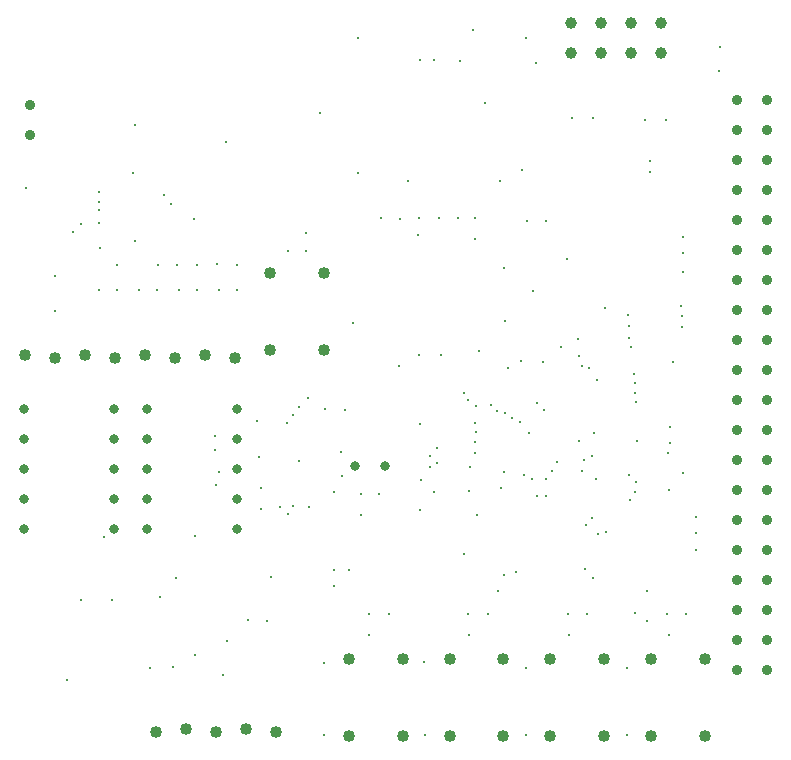
<source format=gbr>
%TF.GenerationSoftware,Novarm,DipTrace,3.2.0.1*%
%TF.CreationDate,2017-11-24T17:42:09-08:00*%
%FSLAX26Y26*%
%MOIN*%
%TF.FileFunction,Plated,1,4,PTH,Drill*%
%TF.Part,Single*%
%TA.AperFunction,ViaDrill*%
%ADD10C,0.008*%
%TA.AperFunction,ComponentDrill*%
%ADD61C,0.032008*%
%ADD62C,0.032*%
%ADD63C,0.035433*%
%ADD64C,0.04*%
%ADD65C,0.03937*%
G75*
G01*
D61*
X875251Y1559625D3*
D62*
Y1459625D3*
Y1359625D3*
Y1259625D3*
Y1159625D3*
X1175251D3*
Y1259625D3*
Y1359625D3*
Y1459625D3*
Y1559625D3*
D61*
X465875D3*
D62*
Y1459625D3*
Y1359625D3*
Y1259625D3*
Y1159625D3*
X765875D3*
Y1259625D3*
Y1359625D3*
Y1459625D3*
Y1559625D3*
D63*
X484615Y2472169D3*
Y2572169D3*
D64*
X469000Y1737749D3*
X569000Y1727749D3*
X669000Y1737749D3*
X769000Y1727749D3*
X869000Y1737749D3*
X969000Y1727749D3*
X1069000Y1737749D3*
X1169000Y1727749D3*
D62*
X1569000Y1369000D3*
X1669000D3*
D64*
X1287749Y1756500D3*
Y2012500D3*
X1465749Y1756500D3*
Y2012500D3*
X1550249Y469000D3*
Y725000D3*
X1728249Y469000D3*
Y725000D3*
X1885667Y469000D3*
Y725000D3*
X2063667Y469000D3*
Y725000D3*
X2221083Y469000D3*
Y725000D3*
X2399083Y469000D3*
Y725000D3*
X2556500Y469000D3*
Y725000D3*
X2734500Y469000D3*
Y725000D3*
D65*
X2590875Y2743993D3*
Y2843993D3*
X2490875Y2743993D3*
Y2843993D3*
X2390875Y2743993D3*
Y2843993D3*
X2290875Y2743993D3*
Y2843993D3*
D63*
X2844000Y687749D3*
Y787749D3*
Y887749D3*
Y987749D3*
Y1087749D3*
Y1187749D3*
Y1287749D3*
Y1387749D3*
Y1487749D3*
Y1587749D3*
Y1687749D3*
Y1787749D3*
Y1887749D3*
Y1987749D3*
Y2087749D3*
Y2187749D3*
Y2287749D3*
Y2387749D3*
Y2487749D3*
Y2587749D3*
X2944000Y687749D3*
Y787749D3*
Y887749D3*
Y987749D3*
Y1087749D3*
Y1187749D3*
Y1287749D3*
Y1387749D3*
Y1487749D3*
Y1587749D3*
Y1687749D3*
Y1787749D3*
Y1887749D3*
Y1987749D3*
Y2087749D3*
Y2187749D3*
Y2287749D3*
Y2387749D3*
Y2487749D3*
Y2587749D3*
D64*
X1306596Y481247D3*
X1206596Y491247D3*
X1106596Y481247D3*
X1006596Y491247D3*
X906596Y481247D3*
D10*
X1115799Y1956896D3*
X982861Y1956501D3*
X569000Y1884731D3*
X568982Y2003469D3*
X1469911Y1557411D3*
X1715736Y1700375D3*
X1984458Y1750370D3*
X2068824Y1850427D3*
X2046951Y950454D3*
X2475031Y470399D3*
X2140144Y470836D3*
X1465073D3*
X1802609D3*
X1036449Y737749D3*
X918945Y931706D3*
X1381919Y1385306D3*
X1590749Y1206677D3*
X2543774Y950454D3*
X2256500Y1765992D3*
X1140797Y2448755D3*
X1031433Y2190699D3*
X1787604Y1222301D3*
X474217Y2295329D3*
X2125331Y2356819D3*
X2054071Y2318849D3*
X1747772D3*
X1578480Y2343828D3*
Y2796408D3*
X2141079D3*
X1961945Y2821198D3*
X2615642Y1287749D3*
X2706500Y1144000D3*
X2503375Y1281500D3*
X2350045Y1694126D3*
X2162564Y1953375D3*
X2662749Y2078375D3*
X2003206Y2578408D3*
X2706500Y1087749D3*
X2487749Y1256500D3*
X2662749Y2016034D3*
X2375042Y1656630D3*
X2477881Y1871630D3*
X2275052Y2059713D3*
X1831349Y2722143D3*
X628375Y2150251D3*
X715875Y2250251D3*
X656472Y2175840D3*
X715875Y2222125D3*
X1790875Y1322125D3*
X1590752Y1275374D3*
X1650251Y1275249D3*
X1831500Y1281500D3*
X2784945Y2766459D3*
X2362543Y2528413D3*
X2784357Y2684630D3*
X2606268Y2522164D3*
X1275157Y850465D3*
X1128375Y672125D3*
X1522125Y1415875D3*
X1537751Y1556500D3*
X1406500Y2144173D3*
Y2084731D3*
X908583Y1956501D3*
X912751Y2037751D3*
X775251Y1956501D3*
Y2037749D3*
X1175249Y1956501D3*
Y2037749D3*
X1041916Y1956501D3*
Y2037751D3*
X2608320Y875248D3*
X2615642Y806719D3*
X2278177Y875248D3*
X2281500Y806500D3*
X1946962Y875248D3*
X1950251Y806500D3*
X1614571Y875248D3*
X1615875Y806500D3*
X1783311Y2194000D3*
X1778375Y2137749D3*
X2503154Y878587D3*
X2543774Y853589D3*
X2325047Y1350615D3*
X2500029Y1675378D3*
X2628375Y1715875D3*
X971455Y995181D3*
X1969000Y1412749D3*
Y1450249D3*
X2481500Y1834625D3*
X2656262Y1900354D3*
X1975249Y1206501D3*
X2134442Y1337913D3*
X2158466Y1324441D3*
X2106320Y1016072D3*
X2175063Y1269171D3*
X2206310D3*
Y1325415D3*
X2243806Y1381659D3*
X2121944Y1719123D3*
X1968835Y2125331D3*
X2315673Y1450402D3*
X2365668Y1478524D3*
X2056501Y1294000D3*
X2490875Y1765875D3*
X2659387Y1831612D3*
X2065875Y1347125D3*
X2481500Y1794000D3*
X2659387Y1869108D3*
X2503375Y1644000D3*
X2503154Y1612885D3*
X2506278Y1581638D3*
X2619000Y1497125D3*
X2509403Y1450402D3*
X2619000Y1444000D3*
X2612749Y1412749D3*
X2359419Y1403531D3*
X931500Y2272125D3*
X1562751Y1844000D3*
X956500Y2240875D3*
X1781500Y1737751D3*
X2371917Y1325415D3*
X2481500Y1337749D3*
X2662512Y1344163D3*
X2537525Y2522164D3*
X2197125Y1715875D3*
X2553148Y2384678D3*
X850249Y1956501D3*
X715875Y2178375D3*
Y2281500D3*
X2506500Y1315875D3*
X2706500Y1200251D3*
X2662749Y2131500D3*
X2403375Y1894000D3*
X2325047Y1703500D3*
X1918840Y2719018D3*
X759625Y922125D3*
X962810Y697125D3*
X1212664Y856714D3*
X1500251Y1281499D3*
Y1022125D3*
Y969000D3*
X2362543Y994199D3*
X1970815Y2194000D3*
X1850251D3*
X1912843D3*
X2171938Y2711761D3*
X656500Y922125D3*
X887749Y694000D3*
X1144000Y784625D3*
X1290875Y997125D3*
X2337546Y1025446D3*
X1525251Y1335560D3*
X1412643Y1594136D3*
X1381396Y1566014D3*
X1362749Y1537749D3*
X1344000Y1512751D3*
X1243911Y1519144D3*
X1103375Y1469000D3*
Y1422125D3*
X1250249Y1397125D3*
X1115875Y1350251D3*
X1106500Y1306500D3*
X1256500Y1294000D3*
Y1225249D3*
X1318999Y1231500D3*
X1362749Y1234626D3*
X1347125Y1209625D3*
X1415875Y1231500D3*
X1034625Y1134810D3*
X731500Y1131500D3*
X2022125Y1572125D3*
X1465875Y712749D3*
X2069000Y1544000D3*
X1800249Y715875D3*
X2119000Y1515875D3*
X2140875Y694000D3*
X2175063Y1578513D3*
X2340671Y1172306D3*
X2378167Y1141059D3*
X2475251Y694249D3*
X1972125Y1481500D3*
X1947125Y1587751D3*
X1931500Y1612749D3*
X1972125Y1569000D3*
X1969000Y1512749D3*
X830909Y2344000D3*
X1856512Y1737739D3*
X2331297Y1387908D3*
X2293801Y2528413D3*
X2553148Y2347182D3*
X2312549Y1790991D3*
X834625Y2119000D3*
X715875Y1956501D3*
X1950251Y1284625D3*
X1453375Y2544000D3*
X1844000Y1428375D3*
Y1378375D3*
X719000Y2094000D3*
X1109625Y2040875D3*
X975251Y2037751D3*
X834579Y2506541D3*
X1819000Y1403375D3*
X1787751Y1509625D3*
X1819000Y1365875D3*
X2142356Y2184699D3*
X2206310D3*
X2315875Y1734625D3*
X2065875Y2028097D3*
X609625Y656528D3*
X1550249Y1022125D3*
X2065699Y1006698D3*
X2044000Y1553375D3*
X1681500Y875462D3*
X2094000Y1528375D3*
X2012751Y875251D3*
X2148921Y1480171D3*
X1931500Y1075249D3*
X2344000Y875249D3*
X2672100Y875248D3*
X2406289Y1147308D3*
X2359419Y1194178D3*
X2200060Y1556640D3*
X1953352Y1365899D3*
X1347125Y2084822D3*
X1718991Y2192178D3*
X1656500Y2194000D3*
X2225058Y1353537D3*
X2078198Y1694126D3*
X1787604Y2722143D3*
M02*

</source>
